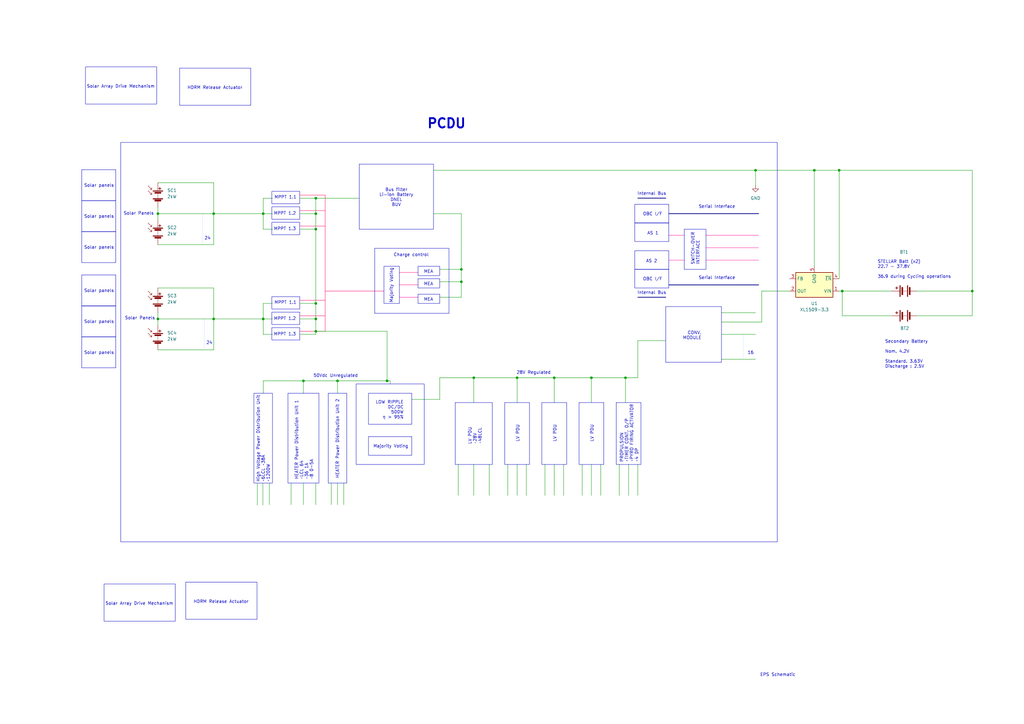
<source format=kicad_sch>
(kicad_sch (version 20231120) (generator "eeschema") (generator_version "8.0")
  (paper "A3")
  (lib_symbols
    (symbol "Device:Battery" (pin_numbers hide) (pin_names (offset 0) hide)
      (property "Reference" "BT" (at 2.54 2.54 0))
      (property "Value" "Battery" (at 2.54 0 0))
      (symbol "Battery_0_1"
        (rectangle (start -2.286 -1.27) (end 2.286 -1.524) (fill (type outline)))
        (rectangle (start -2.286 1.778) (end 2.286 1.524) (fill (type outline)))
        (rectangle (start -1.524 -2.032) (end 1.524 -2.54) (fill (type outline)))
        (rectangle (start -1.524 1.016) (end 1.524 0.508) (fill (type outline)))
        (polyline (pts (xy 0 -1.016) (xy 0 -0.762)))
        (polyline (pts (xy 0 -0.508) (xy 0 -0.254)))
        (polyline (pts (xy 0 0) (xy 0 0.254)))
        (polyline (pts (xy 0 1.778) (xy 0 2.54)))
        (polyline (pts (xy 0.762 3.048) (xy 1.778 3.048)) (stroke (width 0.254)))
        (polyline (pts (xy 1.27 3.556) (xy 1.27 2.54)) (stroke (width 0.254)))
      )
      (symbol "Battery_1_1"
        (pin passive line (at 0 5.08 270) (length 2.54) (name "+") (number "1"))
        (pin passive line (at 0 -5.08 90) (length 2.54) (name "-") (number "2"))
      )
    )
    (symbol "Device:Solar_Cells" (pin_numbers hide) (pin_names (offset 0) hide)
      (property "Reference" "SC" (at 2.54 2.54 0))
      (property "Value" "Solar_Cells" (at 2.54 0 0))
      (symbol "Solar_Cells_0_1"
        (rectangle (start -2.032 -1.397) (end 2.032 -1.651) (fill (type outline)))
        (rectangle (start -2.032 1.778) (end 2.032 1.524) (fill (type outline)))
        (rectangle (start -1.3208 -1.9812) (end 1.27 -2.4892) (fill (type outline)))
        (rectangle (start -1.3208 1.1938) (end 1.27 0.6858) (fill (type outline)))
        (polyline (pts (xy -2.54 0.254) (xy -4.064 1.778)))
        (polyline (pts (xy -2.54 2.286) (xy -4.064 3.81)))
        (polyline (pts (xy 0 -1.524) (xy 0 -1.27)))
        (polyline (pts (xy 0 -1.016) (xy 0 -0.762)))
        (polyline (pts (xy 0 -0.508) (xy 0 -0.254)))
        (polyline (pts (xy 0 0) (xy 0 0.254)))
        (polyline (pts (xy 0 0.508) (xy 0 0.762)))
        (polyline (pts (xy 0 1.778) (xy 0 2.54)))
        (polyline (pts (xy 0.254 2.667) (xy 1.27 2.667)) (stroke (width 0.254)))
        (polyline (pts (xy 0.762 3.175) (xy 0.762 2.159)) (stroke (width 0.254)))
        (polyline (pts (xy -2.54 1.016) (xy -2.54 0.254) (xy -3.302 0.254)))
        (polyline (pts (xy -2.54 3.048) (xy -2.54 2.286) (xy -3.302 2.286)))
      )
      (symbol "Solar_Cells_1_1"
        (pin passive line (at 0 5.08 270) (length 2.54) (name "+") (number "1"))
        (pin passive line (at 0 -5.08 90) (length 2.54) (name "-") (number "2"))
      )
    )
    (symbol "Regulator_Switching:XL1509-3.3"
      (property "Reference" "U" (at -7.112 6.096 0))
      (property "Value" "XL1509-3.3" (at 5.842 6.096 0))
      (symbol "XL1509-3.3_0_1"
        (rectangle (start -7.62 5.08) (end 7.62 -5.08) (stroke (width 0.254)) (fill (type background)))
      )
      (symbol "XL1509-3.3_1_1"
        (pin power_in line (at -10.16 2.54 0) (length 2.54) (name "VIN") (number "1"))
        (pin power_out line (at 10.16 2.54 180) (length 2.54) (name "OUT") (number "2"))
        (pin input line (at 10.16 -2.54 180) (length 2.54) (name "FB") (number "3"))
        (pin input line (at -10.16 -2.54 0) (length 2.54) (name "~{EN}") (number "4"))
        (pin power_in line (at 0 -7.62 90) (length 2.54) (name "GND") (number "5"))
        (pin passive line (at 0 -7.62 90) (length 2.54) hide (name "GND") (number "6"))
        (pin passive line (at 0 -7.62 90) (length 2.54) hide (name "GND") (number "7"))
        (pin passive line (at 0 -7.62 90) (length 2.54) hide (name "GND") (number "8"))
      )
    )
    (symbol "power:GND" (power) (pin_numbers hide) (pin_names (offset 0) hide)
      (property "Value" "GND" (at 0 -3.81 0))
      (symbol "GND_0_1"
        (polyline (pts (xy 0 0) (xy 0 -1.27) (xy 1.27 -1.27) (xy 0 -2.54) (xy -1.27 -1.27) (xy 0 -1.27)))
      )
      (symbol "GND_1_1"
        (pin power_in line (at 0 0 270) (length 0) (name "~") (number "1"))
      )
    )
  )
  (junction (at 124.46 156.21))
  (junction (at 64.77 87.63))
  (junction (at 87.63 87.63))
  (junction (at 64.77 130.81))
  (junction (at 398.78 119.38))
  (junction (at 227.33 154.94))
  (junction (at 129.54 130.81))
  (junction (at 129.54 87.63))
  (junction (at 345.44 119.38))
  (junction (at 189.23 115.57))
  (junction (at 189.23 110.49))
  (junction (at 129.54 81.28))
  (junction (at 138.43 156.21))
  (junction (at 87.63 130.81))
  (junction (at 129.54 93.98))
  (junction (at 107.95 130.81))
  (junction (at 194.31 154.94))
  (junction (at 256.54 154.94))
  (junction (at 158.75 156.21))
  (junction (at 212.09 154.94))
  (junction (at 309.88 69.85))
  (junction (at 129.54 135.89))
  (junction (at 242.57 154.94))
  (junction (at 334.01 69.85))
  (junction (at 344.17 69.85))
  (junction (at 107.95 87.63))
  (junction (at 129.54 124.46))
  (wire (pts (xy 129.54 87.63) (xy 129.54 93.98)))
  (wire (pts (xy 107.95 137.16) (xy 107.95 130.81)))
  (wire (pts (xy 256.54 165.1) (xy 256.54 154.94)))
  (wire (pts (xy 124.46 198.12) (xy 124.46 207.01)))
  (wire (pts (xy 254 190.5) (xy 254 203.2)))
  (wire (pts (xy 194.31 154.94) (xy 212.09 154.94)))
  (wire (pts (xy 215.9 190.5) (xy 215.9 203.2)))
  (wire (pts (xy 129.54 198.12) (xy 129.54 207.01)))
  (wire (pts (xy 64.77 87.63) (xy 64.77 90.17)))
  (wire (pts (xy 135.89 198.12) (xy 135.89 207.01)))
  (wire (pts (xy 129.54 124.46) (xy 129.54 130.81)))
  (wire (pts (xy 123.19 87.63) (xy 129.54 87.63)))
  (wire (pts (xy 189.23 110.49) (xy 189.23 115.57)))
  (wire (pts (xy 256.54 154.94) (xy 261.62 154.94)))
  (wire (pts (xy 160.02 156.21) (xy 160.02 157.48)))
  (polyline (pts (xy 289.56 106.68) (xy 311.15 106.68)) (stroke (width 0) (color 255 24 155 1)))
  (wire (pts (xy 129.54 135.89) (xy 129.54 130.81)))
  (wire (pts (xy 242.57 190.5) (xy 242.57 203.2)))
  (wire (pts (xy 123.19 130.81) (xy 129.54 130.81)))
  (wire (pts (xy 212.09 154.94) (xy 227.33 154.94)))
  (wire (pts (xy 64.77 130.81) (xy 64.77 133.35)))
  (wire (pts (xy 312.42 119.38) (xy 312.42 132.08)))
  (wire (pts (xy 87.63 118.11) (xy 87.63 130.81)))
  (wire (pts (xy 200.66 190.5) (xy 200.66 203.2)))
  (wire (pts (xy 189.23 110.49) (xy 189.23 87.63)))
  (wire (pts (xy 177.8 69.85) (xy 309.88 69.85)))
  (polyline (pts (xy 123.19 80.01) (xy 133.35 80.01)) (stroke (width 0) (color 255 0 91 1)))
  (wire (pts (xy 123.19 124.46) (xy 129.54 124.46)))
  (wire (pts (xy 375.92 119.38) (xy 398.78 119.38)))
  (wire (pts (xy 345.44 119.38) (xy 345.44 129.54)))
  (wire (pts (xy 227.33 154.94) (xy 227.33 165.1)))
  (wire (pts (xy 323.85 119.38) (xy 312.42 119.38)))
  (wire (pts (xy 189.23 115.57) (xy 189.23 121.92)))
  (polyline (pts (xy 163.83 116.84) (xy 171.45 116.84)) (stroke (width 0) (color 255 0 123 1)))
  (wire (pts (xy 107.95 124.46) (xy 107.95 130.81)))
  (wire (pts (xy 64.77 87.63) (xy 87.63 87.63)))
  (wire (pts (xy 295.91 128.27) (xy 309.88 128.27)))
  (wire (pts (xy 158.75 156.21) (xy 160.02 156.21)))
  (polyline (pts (xy 274.32 96.52) (xy 280.67 96.52)) (stroke (width 0) (color 255 24 155 1)))
  (wire (pts (xy 64.77 85.09) (xy 64.77 87.63)))
  (wire (pts (xy 158.75 135.89) (xy 129.54 135.89)))
  (wire (pts (xy 64.77 118.11) (xy 87.63 118.11)))
  (wire (pts (xy 111.76 137.16) (xy 107.95 137.16)))
  (wire (pts (xy 194.31 154.94) (xy 194.31 165.1)))
  (wire (pts (xy 140.97 198.12) (xy 140.97 207.01)))
  (polyline (pts (xy 163.83 111.76) (xy 171.45 111.76)) (stroke (width 0) (color 255 0 118 1)))
  (wire (pts (xy 257.81 190.5) (xy 257.81 203.2)))
  (wire (pts (xy 64.77 130.81) (xy 87.63 130.81)))
  (wire (pts (xy 227.33 190.5) (xy 227.33 203.2)))
  (wire (pts (xy 231.14 190.5) (xy 231.14 203.2)))
  (polyline (pts (xy 123.19 129.54) (xy 133.35 129.54)) (stroke (width 0) (color 255 0 91 1)))
  (wire (pts (xy 124.46 156.21) (xy 138.43 156.21)))
  (wire (pts (xy 187.96 190.5) (xy 187.96 203.2)))
  (wire (pts (xy 309.88 69.85) (xy 309.88 76.2)))
  (wire (pts (xy 111.76 130.81) (xy 107.95 130.81)))
  (wire (pts (xy 124.46 156.21) (xy 107.95 156.21)))
  (wire (pts (xy 124.46 156.21) (xy 124.46 161.29)))
  (wire (pts (xy 138.43 156.21) (xy 138.43 161.29)))
  (polyline (pts (xy 163.83 121.92) (xy 171.45 121.92)) (stroke (width 0) (color 255 0 175 1)))
  (wire (pts (xy 344.17 119.38) (xy 345.44 119.38)))
  (wire (pts (xy 375.92 129.54) (xy 398.78 129.54)))
  (wire (pts (xy 295.91 137.16) (xy 309.88 137.16)))
  (bus (pts (xy 261.62 121.92) (xy 273.05 121.92)))
  (polyline (pts (xy 83.82 130.81) (xy 83.82 143.51)) (stroke (width 0) (type dot) (color 45 91 255 1)))
  (polyline (pts (xy 274.32 106.68) (xy 280.67 106.68)) (stroke (width 0) (color 255 24 155 1)))
  (wire (pts (xy 212.09 154.94) (xy 212.09 165.1)))
  (wire (pts (xy 180.34 115.57) (xy 189.23 115.57)))
  (wire (pts (xy 273.05 139.7) (xy 261.62 139.7)))
  (wire (pts (xy 180.34 110.49) (xy 189.23 110.49)))
  (wire (pts (xy 180.34 121.92) (xy 189.23 121.92)))
  (wire (pts (xy 64.77 128.27) (xy 64.77 130.81)))
  (wire (pts (xy 180.34 163.83) (xy 180.34 154.94)))
  (wire (pts (xy 129.54 135.89) (xy 129.54 137.16)))
  (wire (pts (xy 398.78 69.85) (xy 344.17 69.85)))
  (wire (pts (xy 111.76 93.98) (xy 107.95 93.98)))
  (wire (pts (xy 158.75 135.89) (xy 158.75 156.21)))
  (wire (pts (xy 398.78 119.38) (xy 398.78 69.85)))
  (wire (pts (xy 295.91 132.08) (xy 312.42 132.08)))
  (wire (pts (xy 129.54 81.28) (xy 147.32 81.28)))
  (wire (pts (xy 87.63 74.93) (xy 87.63 87.63)))
  (polyline (pts (xy 133.35 128.27) (xy 133.35 80.01)) (stroke (width 0) (color 255 0 91 1)))
  (wire (pts (xy 227.33 154.94) (xy 242.57 154.94)))
  (polyline (pts (xy 123.19 86.36) (xy 133.35 86.36)) (stroke (width 0) (color 255 0 91 1)))
  (wire (pts (xy 242.57 154.94) (xy 242.57 165.1)))
  (wire (pts (xy 168.91 163.83) (xy 180.34 163.83)))
  (wire (pts (xy 107.95 81.28) (xy 107.95 87.63)))
  (wire (pts (xy 123.19 93.98) (xy 129.54 93.98)))
  (wire (pts (xy 344.17 114.3) (xy 344.17 69.85)))
  (wire (pts (xy 138.43 156.21) (xy 158.75 156.21)))
  (wire (pts (xy 107.95 156.21) (xy 107.95 161.29)))
  (wire (pts (xy 111.76 87.63) (xy 107.95 87.63)))
  (wire (pts (xy 345.44 119.38) (xy 365.76 119.38)))
  (wire (pts (xy 344.17 69.85) (xy 334.01 69.85)))
  (polyline (pts (xy 304.8 137.16) (xy 304.8 147.32)) (stroke (width 0) (type dot) (color 45 160 255 1)))
  (wire (pts (xy 87.63 87.63) (xy 87.63 100.33)))
  (wire (pts (xy 87.63 87.63) (xy 107.95 87.63)))
  (bus (pts (xy 261.62 81.28) (xy 273.05 81.28)))
  (wire (pts (xy 138.43 198.12) (xy 138.43 207.01)))
  (wire (pts (xy 177.8 87.63) (xy 189.23 87.63)))
  (polyline (pts (xy 289.56 96.52) (xy 311.15 96.52)) (stroke (width 0) (color 255 24 155 1)))
  (wire (pts (xy 261.62 139.7) (xy 261.62 154.94)))
  (wire (pts (xy 238.76 190.5) (xy 238.76 203.2)))
  (wire (pts (xy 129.54 81.28) (xy 129.54 87.63)))
  (wire (pts (xy 107.95 93.98) (xy 107.95 87.63)))
  (wire (pts (xy 334.01 69.85) (xy 334.01 109.22)))
  (wire (pts (xy 119.38 198.12) (xy 119.38 207.01)))
  (polyline (pts (xy 83.058 87.884) (xy 83.058 100.584)) (stroke (width 0) (type dot) (color 45 91 255 1)))
  (polyline (pts (xy 157.48 119.38) (xy 133.35 119.38)) (stroke (width 0) (color 255 0 113 1)))
  (wire (pts (xy 123.19 137.16) (xy 129.54 137.16)))
  (wire (pts (xy 87.63 130.81) (xy 87.63 143.51)))
  (wire (pts (xy 107.95 124.46) (xy 111.76 124.46)))
  (wire (pts (xy 129.54 93.98) (xy 129.54 124.46)))
  (wire (pts (xy 194.31 190.5) (xy 194.31 203.2)))
  (wire (pts (xy 180.34 154.94) (xy 194.31 154.94)))
  (wire (pts (xy 107.832 198.2733) (xy 107.832 207.1633)))
  (wire (pts (xy 223.52 190.5) (xy 223.52 203.2)))
  (wire (pts (xy 398.78 119.38) (xy 398.78 129.54)))
  (polyline (pts (xy 289.56 101.6) (xy 311.15 101.6)) (stroke (width 0) (color 255 24 155 1)))
  (wire (pts (xy 246.38 190.5) (xy 246.38 203.2)))
  (polyline (pts (xy 123.19 92.71) (xy 133.35 92.71)) (stroke (width 0) (color 255 0 91 1)))
  (wire (pts (xy 123.19 81.28) (xy 129.54 81.28)))
  (wire (pts (xy 309.88 69.85) (xy 334.01 69.85)))
  (wire (pts (xy 212.09 190.5) (xy 212.09 203.2)))
  (wire (pts (xy 295.91 147.32) (xy 309.88 147.32)))
  (bus (pts (xy 274.32 87.63) (xy 311.15 87.63)))
  (wire (pts (xy 105.5518 198.3206) (xy 105.5518 207.2106)))
  (polyline (pts (xy 123.19 123.19) (xy 133.35 123.19)) (stroke (width 0) (color 255 0 91 1)))
  (wire (pts (xy 64.77 143.51) (xy 87.63 143.51)))
  (wire (pts (xy 87.63 130.81) (xy 107.95 130.81)))
  (wire (pts (xy 345.44 129.54) (xy 365.76 129.54)))
  (wire (pts (xy 242.57 154.94) (xy 256.54 154.94)))
  (wire (pts (xy 261.62 190.5) (xy 261.62 203.2)))
  (wire (pts (xy 64.77 74.93) (xy 87.63 74.93)))
  (bus (pts (xy 274.32 116.84) (xy 311.15 116.84)))
  (wire (pts (xy 208.28 190.5) (xy 208.28 203.2)))
  (polyline (pts (xy 123.19 135.89) (xy 133.35 135.89)) (stroke (width 0) (color 255 0 91 1)))
  (wire (pts (xy 110.49 198.12) (xy 110.49 207.01)))
  (polyline (pts (xy 133.35 135.89) (xy 133.35 128.27)) (stroke (width 0) (color 255 0 91 1)))
  (wire (pts (xy 107.95 81.28) (xy 111.76 81.28)))
  (wire (pts (xy 64.77 100.33) (xy 87.63 100.33)))
  (rectangle (start 260.35 102.87) (end 274.32 110.49))
  (rectangle (start 273.05 125.73) (end 295.91 148.59))
  (rectangle (start 49.53 58.42) (end 318.77 222.25))
  (rectangle (start 260.35 110.49) (end 274.32 118.11))
  (rectangle (start 35.052 27.432) (end 64.262 42.672))
  (rectangle (start 118.11 161.29) (end 130.81 198.12))
  (rectangle (start 237.49 165.1) (end 247.65 190.5))
  (rectangle (start 171.45 114.3) (end 180.34 118.11))
  (rectangle (start 33.528 112.776) (end 47.498 125.476))
  (rectangle (start 33.528 138.176) (end 47.498 150.876))
  (rectangle (start 252.73 165.1) (end 262.89 190.5))
  (rectangle (start 260.35 83.82) (end 274.32 91.44))
  (rectangle (start 153.67 101.854) (end 184.15 128.524))
  (rectangle (start 111.506 121.666) (end 122.936 126.746))
  (rectangle (start 222.25 165.1) (end 232.41 190.5))
  (rectangle (start 207.01 165.1) (end 217.17 190.5))
  (rectangle (start 33.528 94.996) (end 47.498 107.696))
  (rectangle (start 134.62 161.29) (end 142.24 198.12))
  (rectangle (start 171.45 120.65) (end 180.34 124.46))
  (rectangle (start 33.528 82.296) (end 47.498 94.996))
  (rectangle (start 157.48 109.22) (end 163.83 124.46))
  (rectangle (start 104.14 161.29) (end 111.76 198.12))
  (rectangle (start 73.66 27.94) (end 102.87 43.18))
  (rectangle (start 111.506 128.016) (end 122.936 133.096))
  (rectangle (start 146.05 157.48) (end 173.99 190.5))
  (rectangle (start 111.506 134.366) (end 122.936 139.446))
  (rectangle (start 280.67 93.98) (end 289.56 110.49))
  (rectangle (start 42.672 239.522) (end 71.882 254.762))
  (rectangle (start 76.2 238.76) (end 105.41 254))
  (rectangle (start 33.528 125.476) (end 47.498 138.176))
  (rectangle (start 260.35 91.44) (end 274.32 99.06))
  (rectangle (start 33.528 69.596) (end 47.498 82.296))
  (rectangle (start 147.32 67.31) (end 177.8 93.98))
  (rectangle (start 151.13 179.07) (end 168.91 186.69))
  (rectangle (start 111.506 91.186) (end 122.936 96.266))
  (rectangle (start 151.13 161.29) (end 168.91 173.99))
  (rectangle (start 111.506 84.836) (end 122.936 89.916))
  (rectangle (start 111.506 78.486) (end 122.936 83.566))
  (rectangle (start 186.69 165.1) (end 201.93 190.5))
  (rectangle (start 171.45 109.22) (end 180.34 113.03))
  (text "PCDU" (at 183.134 50.8 0) (effects (font (size 3.81 3.81) (thickness 0.762) (bold yes))))
  (text "HEATER Power Distribution Unit 1\n·LCL 64\n·36 1A\n·8 0-5A" (at 124.714 196.85 90) (effects (font (size 1.27 1.27)) (justify left)))
  (text "24" (at 83.82 97.79 0) (effects (font (size 1.27 1.27)) (justify left)))
  (text "Solar Array Drive Mechanism" (at 49.53 35.56 0) (effects (font (size 1.27 1.27))))
  (text "PROPULSION\n·TIMER CONT. O/P\n·PYRO FIRING ACTIVATOR\n·4 DP\n" (at 258.064 189.738 90) (effects (font (size 1.27 1.27)) (justify left)))
  (text "Solar Panels" (at 57.404 130.556 0) (effects (font (size 1.27 1.27))))
  (text "MEA" (at 175.768 116.586 0) (effects (font (size 1.27 1.27))))
  (text "AS 1" (at 265.43 95.758 0) (effects (font (size 1.27 1.27)) (justify left)))
  (text "LV PDU\n" (at 227.584 181.356 90) (effects (font (size 1.27 1.27)) (justify left)))
  (text "Solar panels" (at 40.64 119.38 0) (effects (font (size 1.27 1.27))))
  (text "HDRM Release Actuator\n" (at 90.678 246.888 0) (effects (font (size 1.27 1.27))))
  (text "Majority Voting" (at 160.274 183.134 0) (effects (font (size 1.27 1.27))))
  (text "MPPT 1.1\n\n" (at 117.094 125.222 0) (effects (font (size 1.27 1.27))))
  (text "Solar Array Drive Mechanism" (at 57.15 247.65 0) (effects (font (size 1.27 1.27))))
  (text "STELLAR Batt (x2)\n22.7 - 37.8V\n\n36.9 during Cycling operations" (at 359.918 110.49 0) (effects (font (size 1.27 1.27)) (justify left)))
  (text "Solar Panels" (at 56.896 87.63 0) (effects (font (size 1.27 1.27))))
  (text "24" (at 84.582 140.716 0) (effects (font (size 1.27 1.27)) (justify left)))
  (text "MPPT 1.3\n" (at 116.84 137.16 0) (effects (font (size 1.27 1.27))))
  (text "Solar panels" (at 40.64 101.6 0) (effects (font (size 1.27 1.27))))
  (text "Majority Voting" (at 160.528 117.094 90) (effects (font (size 1.27 1.27))))
  (text "LV PDU\n·28V\n·48LCL" (at 194.818 182.372 90) (effects (font (size 1.27 1.27)) (justify left)))
  (text "MPPT 1.1\n\n" (at 117.094 82.042 0) (effects (font (size 1.27 1.27))))
  (text "SWITCH-OVER\nINTERFACE" (at 285.242 108.712 90) (effects (font (size 1.27 1.27)) (justify left)))
  (text "Solar panels" (at 40.64 144.78 0) (effects (font (size 1.27 1.27))))
  (text "MPPT 1.2\n" (at 116.84 130.81 0) (effects (font (size 1.27 1.27))))
  (text "Serial Interface" (at 286.512 84.836 0) (effects (font (size 1.27 1.27)) (justify left)))
  (text "Internal Bus\n" (at 261.366 120.142 0) (effects (font (size 1.27 1.27)) (justify left)))
  (text "CONV.\nMODULE" (at 287.782 137.668 0) (effects (font (size 1.27 1.27)) (justify right)))
  (text "HDRM Release Actuator\n" (at 88.138 36.068 0) (effects (font (size 1.27 1.27))))
  (text "LOW RIPPLE\nDC/DC\n500W\nη > 95%\n" (at 165.608 168.148 0) (effects (font (size 1.27 1.27)) (justify right)))
  (text "MPPT 1.3\n" (at 116.84 93.98 0) (effects (font (size 1.27 1.27))))
  (text "Bus filter\nLi-ion Battery\nDNEL\nBUV" (at 162.56 81.026 0) (effects (font (size 1.27 1.27))))
  (text "Solar panels" (at 40.64 132.08 0) (effects (font (size 1.27 1.27))))
  (text "Solar panels" (at 40.64 76.2 0) (effects (font (size 1.27 1.27))))
  (text "Internal Bus\n" (at 261.366 79.502 0) (effects (font (size 1.27 1.27)) (justify left)))
  (text "EPS Schematic" (at 319.024 276.86 0) (effects (font (size 1.27 1.27))))
  (text "Charge control\n" (at 168.656 104.648 0) (effects (font (size 1.27 1.27))))
  (text "28V Regulated" (at 211.836 152.908 0) (effects (font (size 1.27 1.27)) (justify left)))
  (text "High Voltage Power Distribution Unit\n·6LCL ·38A\n·1200W" (at 107.95 197.866 90) (effects (font (size 1.27 1.27)) (justify left)))
  (text "Serial Interface" (at 286.512 114.046 0) (effects (font (size 1.27 1.27)) (justify left)))
  (text "MEA" (at 175.768 111.506 0) (effects (font (size 1.27 1.27))))
  (text "OBC I/F" (at 263.652 87.884 0) (effects (font (size 1.27 1.27)) (justify left)))
  (text "Secondary Battery\n\nNom. 4.2V\n\nStandard. 3.63V\nDischarge : 2.5V\n" (at 362.966 145.288 0) (effects (font (size 1.27 1.27)) (justify left)))
  (text "50Vdc Unregulated" (at 137.668 154.178 0) (effects (font (size 1.27 1.27))))
  (text "LV PDU\n" (at 242.824 181.356 90) (effects (font (size 1.27 1.27)) (justify left)))
  (text "AS 2" (at 264.922 107.188 0) (effects (font (size 1.27 1.27)) (justify left)))
  (text "OBC I/F" (at 263.652 114.554 0) (effects (font (size 1.27 1.27)) (justify left)))
  (text "HEATER Power Distribution Unit 2\n" (at 138.43 196.342 90) (effects (font (size 1.27 1.27)) (justify left)))
  (text "MEA" (at 175.768 122.936 0) (effects (font (size 1.27 1.27))))
  (text "MPPT 1.2\n" (at 116.84 87.63 0) (effects (font (size 1.27 1.27))))
  (text "LV PDU\n" (at 212.344 181.356 90) (effects (font (size 1.27 1.27)) (justify left)))
  (text "16" (at 306.578 144.78 0) (effects (font (size 1.27 1.27)) (justify left)))
  (text "Solar panels" (at 40.64 88.9 0) (effects (font (size 1.27 1.27))))
  (symbol (lib_id "power:GND") (at 309.88 76.2 0) (unit 1)
    (property "Reference" "#PWR01" (effects (hide yes)))
    (property "Value" "GND" (at 309.88 81.28 0))
    (property "Description" "Power symbol creates a global label with name \"GND\" , ground" (effects (hide yes)))
  )
  (symbol (lib_id "Device:Battery") (at 370.84 129.54 90) (unit 1)
    (property "Reference" "BT2" (at 372.872 134.62 90) (effects (justify left)))
    (property "Value" "StellarBatt" (effects (hide yes)))
    (property "Description" "Multiple-cell battery" (effects (hide yes)))
  )
  (symbol (lib_id "Device:Solar_Cells") (at 64.77 123.19 0) (unit 1)
    (property "Reference" "SC3" (at 68.58 121.2849 0) (effects (justify left)))
    (property "Value" "2kW" (at 68.58 123.8249 0) (effects (justify left)))
    (property "Description" "Multiple solar cells" (effects (hide yes)))
  )
  (symbol (lib_id "Device:Solar_Cells") (at 64.77 138.43 0) (unit 1)
    (property "Reference" "SC4" (at 68.58 136.5249 0) (effects (justify left)))
    (property "Value" "2kW" (at 68.58 139.0649 0) (effects (justify left)))
    (property "Description" "Multiple solar cells" (effects (hide yes)))
  )
  (symbol (lib_id "Device:Solar_Cells") (at 64.77 80.01 0) (unit 1)
    (property "Reference" "SC1" (at 68.58 78.1049 0) (effects (justify left)))
    (property "Value" "2kW" (at 68.58 80.6449 0) (effects (justify left)))
    (property "Description" "Multiple solar cells" (effects (hide yes)))
  )
  (symbol (lib_id "Regulator_Switching:XL1509-3.3") (at 334.01 116.84 180) (unit 1)
    (property "Reference" "U1" (at 334.01 124.46 0))
    (property "Value" "XL1509-3.3" (at 334.01 127 0))
    (property "Footprint" "Package_SO:SOIC-8_3.9x4.9mm_P1.27mm" (effects (hide yes)))
    (property "Datasheet" "https://datasheet.lcsc.com/lcsc/1809050422_XLSEMI-XL1509-5-0E1_C61063.pdf" (effects (hide yes)))
    (property "Description" "Buck DC/DC Converter, 2A, 3.3V Output Voltage, 4.5-40V Input Voltage" (effects (hide yes)))
  )
  (symbol (lib_id "Device:Solar_Cells") (at 64.77 95.25 0) (unit 1)
    (property "Reference" "SC2" (at 68.58 93.3449 0) (effects (justify left)))
    (property "Value" "2kW" (at 68.58 95.8849 0) (effects (justify left)))
    (property "Description" "Multiple solar cells" (effects (hide yes)))
  )
  (symbol (lib_id "Device:Battery") (at 370.84 119.38 90) (unit 1)
    (property "Reference" "BT1" (at 372.618 103.378 90) (effects (justify left)))
    (property "Value" "StellarBatt" (effects (hide yes)))
    (property "Description" "Multiple-cell battery" (effects (hide yes)))
  )
)
</source>
